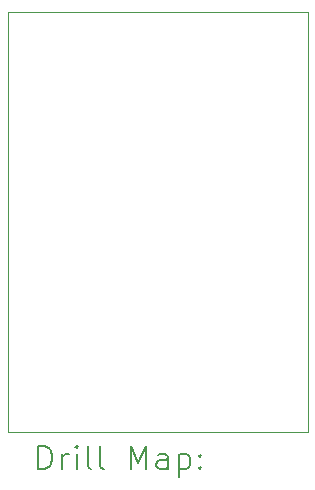
<source format=gbr>
%TF.GenerationSoftware,KiCad,Pcbnew,9.0.6*%
%TF.CreationDate,2026-01-08T22:09:00-06:00*%
%TF.ProjectId,QFN-24_4x4_P0.5,51464e2d-3234-45f3-9478-345f50302e35,rev?*%
%TF.SameCoordinates,Original*%
%TF.FileFunction,Drillmap*%
%TF.FilePolarity,Positive*%
%FSLAX45Y45*%
G04 Gerber Fmt 4.5, Leading zero omitted, Abs format (unit mm)*
G04 Created by KiCad (PCBNEW 9.0.6) date 2026-01-08 22:09:00*
%MOMM*%
%LPD*%
G01*
G04 APERTURE LIST*
%ADD10C,0.050000*%
%ADD11C,0.200000*%
G04 APERTURE END LIST*
D10*
X11049000Y-9493423D02*
X13589000Y-9493423D01*
X13589000Y-13049423D01*
X11049000Y-13049423D01*
X11049000Y-9493423D01*
D11*
X11307277Y-13363407D02*
X11307277Y-13163407D01*
X11307277Y-13163407D02*
X11354896Y-13163407D01*
X11354896Y-13163407D02*
X11383467Y-13172931D01*
X11383467Y-13172931D02*
X11402515Y-13191978D01*
X11402515Y-13191978D02*
X11412039Y-13211026D01*
X11412039Y-13211026D02*
X11421562Y-13249121D01*
X11421562Y-13249121D02*
X11421562Y-13277692D01*
X11421562Y-13277692D02*
X11412039Y-13315788D01*
X11412039Y-13315788D02*
X11402515Y-13334835D01*
X11402515Y-13334835D02*
X11383467Y-13353883D01*
X11383467Y-13353883D02*
X11354896Y-13363407D01*
X11354896Y-13363407D02*
X11307277Y-13363407D01*
X11507277Y-13363407D02*
X11507277Y-13230073D01*
X11507277Y-13268169D02*
X11516801Y-13249121D01*
X11516801Y-13249121D02*
X11526324Y-13239597D01*
X11526324Y-13239597D02*
X11545372Y-13230073D01*
X11545372Y-13230073D02*
X11564420Y-13230073D01*
X11631086Y-13363407D02*
X11631086Y-13230073D01*
X11631086Y-13163407D02*
X11621562Y-13172931D01*
X11621562Y-13172931D02*
X11631086Y-13182454D01*
X11631086Y-13182454D02*
X11640610Y-13172931D01*
X11640610Y-13172931D02*
X11631086Y-13163407D01*
X11631086Y-13163407D02*
X11631086Y-13182454D01*
X11754896Y-13363407D02*
X11735848Y-13353883D01*
X11735848Y-13353883D02*
X11726324Y-13334835D01*
X11726324Y-13334835D02*
X11726324Y-13163407D01*
X11859658Y-13363407D02*
X11840610Y-13353883D01*
X11840610Y-13353883D02*
X11831086Y-13334835D01*
X11831086Y-13334835D02*
X11831086Y-13163407D01*
X12088229Y-13363407D02*
X12088229Y-13163407D01*
X12088229Y-13163407D02*
X12154896Y-13306264D01*
X12154896Y-13306264D02*
X12221562Y-13163407D01*
X12221562Y-13163407D02*
X12221562Y-13363407D01*
X12402515Y-13363407D02*
X12402515Y-13258645D01*
X12402515Y-13258645D02*
X12392991Y-13239597D01*
X12392991Y-13239597D02*
X12373943Y-13230073D01*
X12373943Y-13230073D02*
X12335848Y-13230073D01*
X12335848Y-13230073D02*
X12316801Y-13239597D01*
X12402515Y-13353883D02*
X12383467Y-13363407D01*
X12383467Y-13363407D02*
X12335848Y-13363407D01*
X12335848Y-13363407D02*
X12316801Y-13353883D01*
X12316801Y-13353883D02*
X12307277Y-13334835D01*
X12307277Y-13334835D02*
X12307277Y-13315788D01*
X12307277Y-13315788D02*
X12316801Y-13296740D01*
X12316801Y-13296740D02*
X12335848Y-13287216D01*
X12335848Y-13287216D02*
X12383467Y-13287216D01*
X12383467Y-13287216D02*
X12402515Y-13277692D01*
X12497753Y-13230073D02*
X12497753Y-13430073D01*
X12497753Y-13239597D02*
X12516801Y-13230073D01*
X12516801Y-13230073D02*
X12554896Y-13230073D01*
X12554896Y-13230073D02*
X12573943Y-13239597D01*
X12573943Y-13239597D02*
X12583467Y-13249121D01*
X12583467Y-13249121D02*
X12592991Y-13268169D01*
X12592991Y-13268169D02*
X12592991Y-13325311D01*
X12592991Y-13325311D02*
X12583467Y-13344359D01*
X12583467Y-13344359D02*
X12573943Y-13353883D01*
X12573943Y-13353883D02*
X12554896Y-13363407D01*
X12554896Y-13363407D02*
X12516801Y-13363407D01*
X12516801Y-13363407D02*
X12497753Y-13353883D01*
X12678705Y-13344359D02*
X12688229Y-13353883D01*
X12688229Y-13353883D02*
X12678705Y-13363407D01*
X12678705Y-13363407D02*
X12669182Y-13353883D01*
X12669182Y-13353883D02*
X12678705Y-13344359D01*
X12678705Y-13344359D02*
X12678705Y-13363407D01*
X12678705Y-13239597D02*
X12688229Y-13249121D01*
X12688229Y-13249121D02*
X12678705Y-13258645D01*
X12678705Y-13258645D02*
X12669182Y-13249121D01*
X12669182Y-13249121D02*
X12678705Y-13239597D01*
X12678705Y-13239597D02*
X12678705Y-13258645D01*
M02*

</source>
